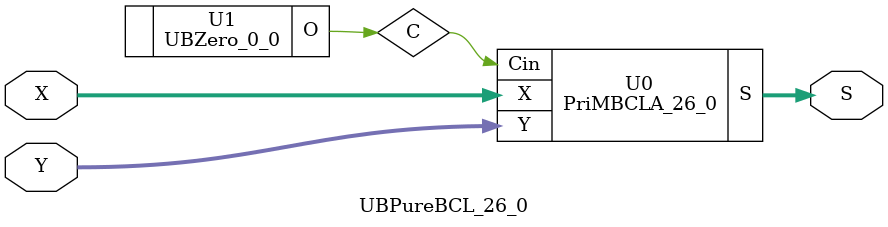
<source format=v>
/*----------------------------------------------------------------------------
  Copyright (c) 2021 Homma laboratory. All rights reserved.

  Top module: UBBCL_26_0_26_0

  Operand-1 length: 27
  Operand-2 length: 27
  Two-operand addition algorithm: Block carry look-ahead adder
----------------------------------------------------------------------------*/

module GPGenerator(Go, Po, A, B);
  output Go;
  output Po;
  input A;
  input B;
  assign Go = A & B;
  assign Po = A ^ B;
endmodule

module BCLAU_4(Go, Po, G, P, Cin);
  output Go;
  output Po;
  input Cin;
  input [3:0] G;
  input [3:0] P;
  assign Po = P[0] & P[1] & P[2] & P[3];
  assign Go = G[3] | ( P[3] & G[2] ) | ( P[3] & P[2] & G[1] ) | ( P[3] & P[2] & P[1] & G[0] );
endmodule

module BCLAlU_4(Go, Po, S, X, Y, Cin);
  output Go;
  output Po;
  output [3:0] S;
  input Cin;
  input [3:0] X;
  input [3:0] Y;
  wire [3:1] C;
  wire [3:0] G;
  wire [3:0] P;
  assign C[1] = G[0] | ( P[0] & Cin );
  assign C[2] = G[1] | ( P[1] & C[1] );
  assign C[3] = G[2] | ( P[2] & C[2] );
  assign S[0] = P[0] ^ Cin;
  assign S[1] = P[1] ^ C[1];
  assign S[2] = P[2] ^ C[2];
  assign S[3] = P[3] ^ C[3];
  GPGenerator U0 (G[0], P[0], X[0], Y[0]);
  GPGenerator U1 (G[1], P[1], X[1], Y[1]);
  GPGenerator U2 (G[2], P[2], X[2], Y[2]);
  GPGenerator U3 (G[3], P[3], X[3], Y[3]);
  BCLAU_4 U4 (Go, Po, G, P, Cin);
endmodule

module BCLAU_3(Go, Po, G, P, Cin);
  output Go;
  output Po;
  input Cin;
  input [2:0] G;
  input [2:0] P;
  assign Po = P[0] & P[1] & P[2];
  assign Go = G[2] | ( P[2] & G[1] ) | ( P[2] & P[1] & G[0] );
endmodule

module BCLAlU_3(Go, Po, S, X, Y, Cin);
  output Go;
  output Po;
  output [2:0] S;
  input Cin;
  input [2:0] X;
  input [2:0] Y;
  wire [2:1] C;
  wire [2:0] G;
  wire [2:0] P;
  assign C[1] = G[0] | ( P[0] & Cin );
  assign C[2] = G[1] | ( P[1] & C[1] );
  assign S[0] = P[0] ^ Cin;
  assign S[1] = P[1] ^ C[1];
  assign S[2] = P[2] ^ C[2];
  GPGenerator U0 (G[0], P[0], X[0], Y[0]);
  GPGenerator U1 (G[1], P[1], X[1], Y[1]);
  GPGenerator U2 (G[2], P[2], X[2], Y[2]);
  BCLAU_3 U3 (Go, Po, G, P, Cin);
endmodule

module PriMBCLA_26_0(S, X, Y, Cin);
  output [27:0] S;
  input Cin;
  input [26:0] X;
  input [26:0] Y;
  wire [6:0] C1;
  wire [1:0] C2;
  wire [6:0] G1;
  wire [1:0] G2;
  wire [6:0] P1;
  wire [1:0] P2;
  assign C1[0] = C2[0];
  assign C1[1] = G1[0] | ( P1[0] & C1[0] );
  assign C1[2] = G1[1] | ( P1[1] & C1[1] );
  assign C1[3] = G1[2] | ( P1[2] & C1[2] );
  assign C1[4] = C2[1];
  assign C1[5] = G1[4] | ( P1[4] & C1[4] );
  assign C1[6] = G1[5] | ( P1[5] & C1[5] );
  assign C2[0] = Cin;
  assign C2[1] = G2[0] | ( P2[0] & C2[0] );
  assign S[27] = G2[1] | ( P2[1] & C2[1] );
  BCLAlU_4 U0 (G1[0], P1[0], S[3:0], X[3:0], Y[3:0], C1[0]);
  BCLAlU_4 U1 (G1[1], P1[1], S[7:4], X[7:4], Y[7:4], C1[1]);
  BCLAlU_4 U2 (G1[2], P1[2], S[11:8], X[11:8], Y[11:8], C1[2]);
  BCLAlU_4 U3 (G1[3], P1[3], S[15:12], X[15:12], Y[15:12], C1[3]);
  BCLAlU_4 U4 (G1[4], P1[4], S[19:16], X[19:16], Y[19:16], C1[4]);
  BCLAlU_4 U5 (G1[5], P1[5], S[23:20], X[23:20], Y[23:20], C1[5]);
  BCLAlU_3 U6 (G1[6], P1[6], S[26:24], X[26:24], Y[26:24], C1[6]);
  BCLAU_4 U7 (G2[0], P2[0], G1[3:0], P1[3:0], C2[0]);
  BCLAU_3 U8 (G2[1], P2[1], G1[6:4], P1[6:4], C2[1]);
endmodule

module UBZero_0_0(O);
  output [0:0] O;
  assign O[0] = 0;
endmodule

module UBBCL_26_0_26_0 (S, X, Y);
  output [27:0] S;
  input [26:0] X;
  input [26:0] Y;
  UBPureBCL_26_0 U0 (S[27:0], X[26:0], Y[26:0]);
endmodule

module UBPureBCL_26_0 (S, X, Y);
  output [27:0] S;
  input [26:0] X;
  input [26:0] Y;
  wire C;
  PriMBCLA_26_0 U0 (S, X, Y, C);
  UBZero_0_0 U1 (C);
endmodule


</source>
